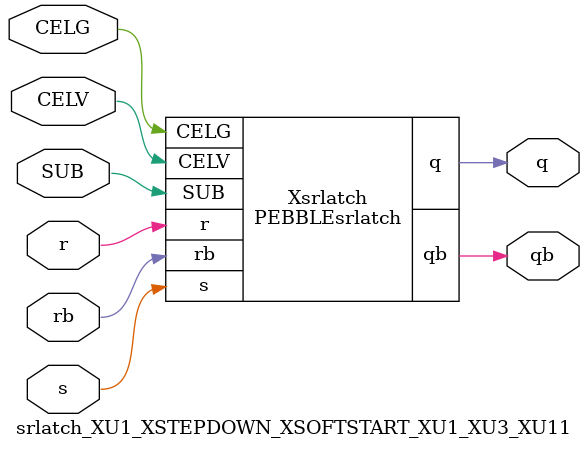
<source format=v>



module PEBBLEsrlatch ( q, qb, CELG, CELV, SUB, r, rb, s );

  input CELV;
  input s;
  output q;
  input rb;
  input r;
  input SUB;
  input CELG;
  output qb;
endmodule

//Celera Confidential Do Not Copy srlatch_XU1_XSTEPDOWN_XSOFTSTART_XU1_XU3_XU11
//Celera Confidential Symbol Generator
//SR Latch
module srlatch_XU1_XSTEPDOWN_XSOFTSTART_XU1_XU3_XU11 (CELV,CELG,s,r,rb,q,qb,SUB);
input CELV;
input CELG;
input s;
input r;
input rb;
input SUB;
output q;
output qb;

//Celera Confidential Do Not Copy srlatch
PEBBLEsrlatch Xsrlatch(
.CELV (CELV),
.r (r),
.s (s),
.q (q),
.qb (qb),
.rb (rb),
.SUB (SUB),
.CELG (CELG)
);
//,diesize,PEBBLEsrlatch

//Celera Confidential Do Not Copy Module End
//Celera Schematic Generator
endmodule

</source>
